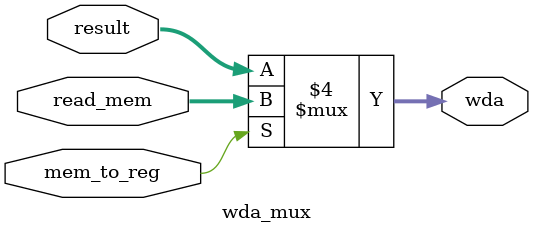
<source format=v>
module wda_mux(mem_to_reg, read_mem, result, wda);
    input mem_to_reg;
    input[31:0] read_mem;
    input[31:0] result;
    output reg[31:0] wda;

    always@(*)
    begin
        if(mem_to_reg == 1)
        begin
            wda = read_mem;
        end
        else
        begin
            wda = result;
        end
    end
endmodule
</source>
